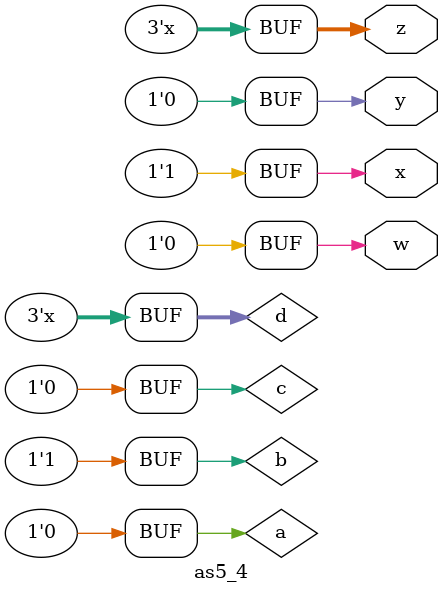
<source format=v>


/*  Repeat exercise 3 if non blocking procedure assignments
    were used
*/

    module as5_4(w,x,y,z);
      
     output w,x,y;
     output [2:0]z;
     reg a,b,c;
     reg [2:0]d;
     initial 
       begin
         a<=1'b0;
         b<=#10 1'b1;
         c<=#5 1'b0;
         d<=#20 {a,b,c};   
       end
       assign w=a;
       assign x=b;
       assign y=c;
       assign z=d;
    
    endmodule
    
    

</source>
